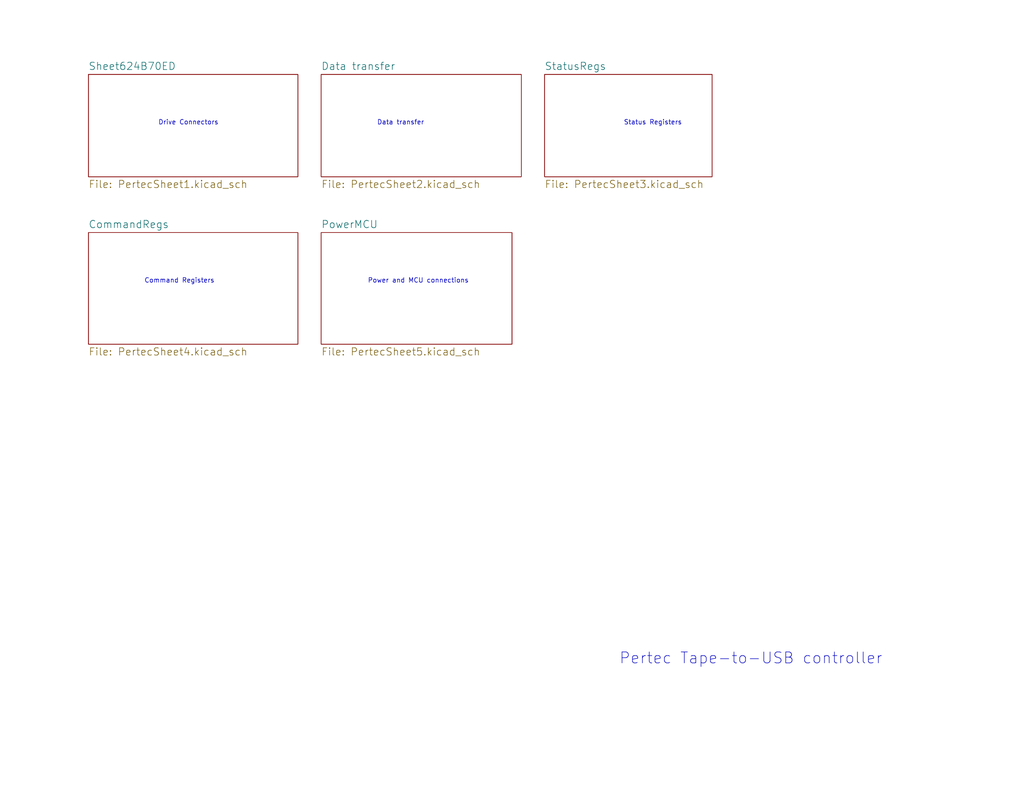
<source format=kicad_sch>
(kicad_sch (version 20211123) (generator eeschema)
  (paper "A")
  (title_block (title "Pertec controller") (date "2022-10-12") (rev "0.2") (company "Sydex, Inc."))
  (lib_symbols)
  (text "Data transfer" (at 102.87 34.29 0) (effects (font (size 1.27 1.27)) (justify left bottom)))
  (text "Drive Connectors\n" (at 43.18 34.29 0) (effects (font (size 1.27 1.27)) (justify left bottom)))
  (text "Command Registers" (at 39.37 77.47 0) (effects (font (size 1.27 1.27)) (justify left bottom)))
  (text "Status Registers" (at 170.18 34.29 0) (effects (font (size 1.27 1.27)) (justify left bottom)))
  (text "Pertec Tape-to-USB controller" (at 168.91 181.61 0) (effects (font (size 2.9972 2.9972)) (justify left bottom)))
  (text "Power and MCU connections" (at 100.33 77.47 0) (effects (font (size 1.27 1.27)) (justify left bottom)))
  (sheet (at 148.59 20.32) (size 45.72 27.94)
    (property "Sheet name" "StatusRegs" (at 148.59 19.2401 0) (effects (font (size 2.0066 2.0066)) (justify left bottom)))
    (property "Sheet file" "PertecSheet3.kicad_sch" (at 148.59 49.1392 0) (effects (font (size 2.0066 2.0066)) (justify left top)))
  )
  (sheet (at 24.13 20.32) (size 57.15 27.94)
    (property "Sheet name" "Sheet624B70ED" (at 24.13 19.2401 0) (effects (font (size 2.0066 2.0066)) (justify left bottom)))
    (property "Sheet file" "PertecSheet1.kicad_sch" (at 24.13 49.1392 0) (effects (font (size 2.0066 2.0066)) (justify left top)))
  )
  (sheet (at 87.63 20.32) (size 54.61 27.94)
    (property "Sheet name" "Data transfer" (at 87.63 19.2401 0) (effects (font (size 2.0066 2.0066)) (justify left bottom)))
    (property "Sheet file" "PertecSheet2.kicad_sch" (at 87.63 49.1392 0) (effects (font (size 2.0066 2.0066)) (justify left top)))
  )
  (sheet (at 87.63 63.5) (size 52.07 30.48)
    (property "Sheet name" "PowerMCU" (at 87.63 62.4201 0) (effects (font (size 2.0066 2.0066)) (justify left bottom)))
    (property "Sheet file" "PertecSheet5.kicad_sch" (at 87.63 94.8592 0) (effects (font (size 2.0066 2.0066)) (justify left top)))
  )
  (sheet (at 24.13 63.5) (size 57.15 30.48)
    (property "Sheet name" "CommandRegs" (at 24.13 62.4201 0) (effects (font (size 2.0066 2.0066)) (justify left bottom)))
    (property "Sheet file" "PertecSheet4.kicad_sch" (at 24.13 94.8592 0) (effects (font (size 2.0066 2.0066)) (justify left top)))
  )
)
</source>
